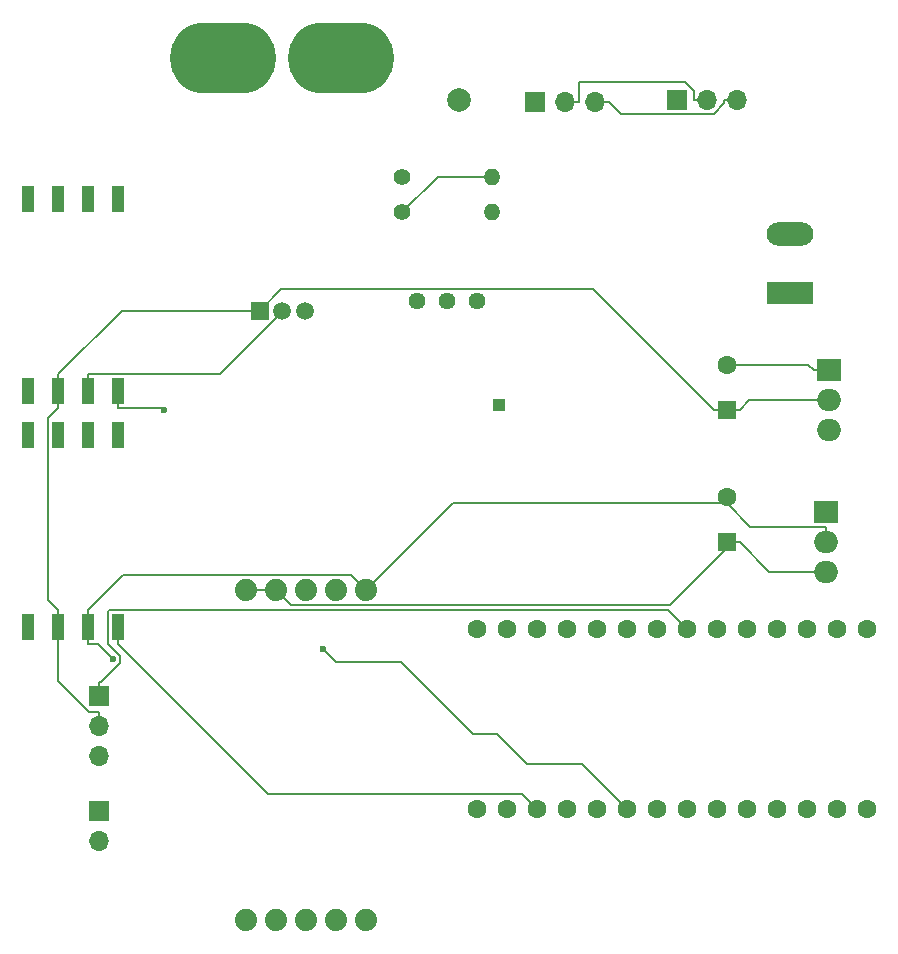
<source format=gbr>
%TF.GenerationSoftware,KiCad,Pcbnew,8.0.6*%
%TF.CreationDate,2024-10-30T13:43:03-04:00*%
%TF.ProjectId,Propulsion PCB,50726f70-756c-4736-996f-6e205043422e,3*%
%TF.SameCoordinates,Original*%
%TF.FileFunction,Copper,L1,Top*%
%TF.FilePolarity,Positive*%
%FSLAX46Y46*%
G04 Gerber Fmt 4.6, Leading zero omitted, Abs format (unit mm)*
G04 Created by KiCad (PCBNEW 8.0.6) date 2024-10-30 13:43:03*
%MOMM*%
%LPD*%
G01*
G04 APERTURE LIST*
G04 Aperture macros list*
%AMHorizOval*
0 Thick line with rounded ends*
0 $1 width*
0 $2 $3 position (X,Y) of the first rounded end (center of the circle)*
0 $4 $5 position (X,Y) of the second rounded end (center of the circle)*
0 Add line between two ends*
20,1,$1,$2,$3,$4,$5,0*
0 Add two circle primitives to create the rounded ends*
1,1,$1,$2,$3*
1,1,$1,$4,$5*%
G04 Aperture macros list end*
%TA.AperFunction,ComponentPad*%
%ADD10C,1.879600*%
%TD*%
%TA.AperFunction,ComponentPad*%
%ADD11C,1.600000*%
%TD*%
%TA.AperFunction,ComponentPad*%
%ADD12C,1.400000*%
%TD*%
%TA.AperFunction,ComponentPad*%
%ADD13O,1.400000X1.400000*%
%TD*%
%TA.AperFunction,ComponentPad*%
%ADD14R,1.600000X1.600000*%
%TD*%
%TA.AperFunction,ComponentPad*%
%ADD15R,1.700000X1.700000*%
%TD*%
%TA.AperFunction,ComponentPad*%
%ADD16O,1.700000X1.700000*%
%TD*%
%TA.AperFunction,ComponentPad*%
%ADD17C,2.000000*%
%TD*%
%TA.AperFunction,ComponentPad*%
%ADD18R,2.000000X1.905000*%
%TD*%
%TA.AperFunction,ComponentPad*%
%ADD19O,2.000000X1.905000*%
%TD*%
%TA.AperFunction,ComponentPad*%
%ADD20R,1.000000X1.000000*%
%TD*%
%TA.AperFunction,ComponentPad*%
%ADD21R,1.500000X1.500000*%
%TD*%
%TA.AperFunction,ComponentPad*%
%ADD22C,1.500000*%
%TD*%
%TA.AperFunction,ComponentPad*%
%ADD23HorizOval,0.800000X0.000000X0.000000X0.000000X0.000000X0*%
%TD*%
%TA.AperFunction,ComponentPad*%
%ADD24HorizOval,0.800000X0.000000X0.000000X0.000000X0.000000X0*%
%TD*%
%TA.AperFunction,ComponentPad*%
%ADD25C,0.800000*%
%TD*%
%TA.AperFunction,ComponentPad*%
%ADD26O,9.000000X6.000000*%
%TD*%
%TA.AperFunction,SMDPad,CuDef*%
%ADD27R,1.117600X2.235200*%
%TD*%
%TA.AperFunction,ComponentPad*%
%ADD28R,3.960000X1.980000*%
%TD*%
%TA.AperFunction,ComponentPad*%
%ADD29O,3.960000X1.980000*%
%TD*%
%TA.AperFunction,ComponentPad*%
%ADD30C,1.440000*%
%TD*%
%TA.AperFunction,ViaPad*%
%ADD31C,0.600000*%
%TD*%
%TA.AperFunction,Conductor*%
%ADD32C,0.200000*%
%TD*%
G04 APERTURE END LIST*
D10*
%TO.P,ADC,1,RED*%
%TO.N,unconnected-(U8-RED-Pad1)*%
X205420000Y-160940000D03*
%TO.P,ADC,2,BLK*%
%TO.N,unconnected-(U8-BLK-Pad2)*%
X207960000Y-160940000D03*
%TO.P,ADC,3,WHT*%
%TO.N,unconnected-(U8-WHT-Pad3)*%
X210500000Y-160940000D03*
%TO.P,ADC,4,GRN*%
%TO.N,unconnected-(U8-GRN-Pad4)*%
X213040000Y-160940000D03*
%TO.P,ADC,5,YLW*%
%TO.N,unconnected-(U8-YLW-Pad5)*%
X215580000Y-160940000D03*
%TO.P,ADC,6,GND*%
%TO.N,GND*%
X215580000Y-133000000D03*
%TO.P,ADC,7,CLK*%
%TO.N,Net-(U4-19_A5_SCL0)*%
X213040000Y-133000000D03*
%TO.P,ADC,8,DAT*%
%TO.N,Net-(U4-18_A4_SDA0)*%
X210500000Y-133000000D03*
%TO.P,ADC,9,VCC*%
%TO.N,+5V*%
X207960000Y-133000000D03*
%TO.P,ADC,10,VDD*%
X205420000Y-133000000D03*
%TD*%
D11*
%TO.P,Teensy 4.0,1,GND*%
%TO.N,unconnected-(U4-GND-Pad1)*%
X258040000Y-136300000D03*
%TO.P,Teensy 4.0,2,0_RX1_CRX2_CS1*%
%TO.N,unconnected-(U4-0_RX1_CRX2_CS1-Pad2)*%
X255500000Y-136300000D03*
%TO.P,Teensy 4.0,3,1_TX1_CTX2_MISO1*%
%TO.N,unconnected-(U4-1_TX1_CTX2_MISO1-Pad3)*%
X252960000Y-136300000D03*
%TO.P,Teensy 4.0,4,2_OUT2*%
%TO.N,Net-(J1-Pin_1)*%
X250420000Y-136300000D03*
%TO.P,Teensy 4.0,5,3_LRCLK2*%
%TO.N,unconnected-(U4-3_LRCLK2-Pad5)*%
X247880000Y-136300000D03*
%TO.P,Teensy 4.0,6,4_BCLK2*%
%TO.N,unconnected-(U4-4_BCLK2-Pad6)*%
X245340000Y-136300000D03*
%TO.P,Teensy 4.0,7,5_IN2*%
%TO.N,Net-(IR_Receiver1-Pin_1)*%
X242800000Y-136300000D03*
%TO.P,Teensy 4.0,8,6_OUT1D*%
%TO.N,unconnected-(U4-6_OUT1D-Pad8)*%
X240260000Y-136300000D03*
%TO.P,Teensy 4.0,9,7_RX2_OUT1A*%
%TO.N,unconnected-(U4-7_RX2_OUT1A-Pad9)*%
X237720000Y-136300000D03*
%TO.P,Teensy 4.0,10,8_TX2_IN1*%
%TO.N,unconnected-(U4-8_TX2_IN1-Pad10)*%
X235180000Y-136300000D03*
%TO.P,Teensy 4.0,11,9_OUT1C*%
%TO.N,unconnected-(U4-9_OUT1C-Pad11)*%
X232640000Y-136300000D03*
%TO.P,Teensy 4.0,12,10_CS_MQSR*%
%TO.N,unconnected-(U4-10_CS_MQSR-Pad12)*%
X230100000Y-136300000D03*
%TO.P,Teensy 4.0,13,11_MOSI_CTX1*%
%TO.N,unconnected-(U4-11_MOSI_CTX1-Pad13)*%
X227560000Y-136300000D03*
%TO.P,Teensy 4.0,14,12_MISO_MQSL*%
%TO.N,unconnected-(U4-12_MISO_MQSL-Pad14)*%
X225020000Y-136300000D03*
%TO.P,Teensy 4.0,20,13_SCK_CRX1_LED*%
%TO.N,unconnected-(U4-13_SCK_CRX1_LED-Pad20)*%
X225020000Y-151540000D03*
%TO.P,Teensy 4.0,21,14_A0_TX3_SPDIF_OUT*%
%TO.N,Net-(U1-VOUT)*%
X227560000Y-151540000D03*
%TO.P,Teensy 4.0,22,15_A1_RX3_SPDIF_IN*%
%TO.N,Net-(U3-VOUT)*%
X230100000Y-151540000D03*
%TO.P,Teensy 4.0,23,16_A2_RX4_SCL1*%
%TO.N,Net-(U4-16_A2_RX4_SCL1)*%
X232640000Y-151540000D03*
%TO.P,Teensy 4.0,24,17_A3_TX4_SDA1*%
%TO.N,Net-(U4-17_A3_TX4_SDA1)*%
X235180000Y-151540000D03*
%TO.P,Teensy 4.0,25,18_A4_SDA0*%
%TO.N,Net-(U4-18_A4_SDA0)*%
X237720000Y-151540000D03*
%TO.P,Teensy 4.0,26,19_A5_SCL0*%
%TO.N,Net-(U4-19_A5_SCL0)*%
X240260000Y-151540000D03*
%TO.P,Teensy 4.0,27,20_A6_TX5_LRCLK1*%
%TO.N,unconnected-(U4-20_A6_TX5_LRCLK1-Pad27)*%
X242800000Y-151540000D03*
%TO.P,Teensy 4.0,28,21_A7_RX5_BCLK1*%
%TO.N,unconnected-(U4-21_A7_RX5_BCLK1-Pad28)*%
X245340000Y-151540000D03*
%TO.P,Teensy 4.0,29,22_A8_CTX1*%
%TO.N,unconnected-(U4-22_A8_CTX1-Pad29)*%
X247880000Y-151540000D03*
%TO.P,Teensy 4.0,30,23_A9_CRX1_MCLK1*%
%TO.N,unconnected-(U4-23_A9_CRX1_MCLK1-Pad30)*%
X250420000Y-151540000D03*
%TO.P,Teensy 4.0,31,3V3*%
%TO.N,unconnected-(U4-3V3-Pad31)*%
X252960000Y-151540000D03*
%TO.P,Teensy 4.0,32,GND*%
%TO.N,GND*%
X255500000Y-151540000D03*
%TO.P,Teensy 4.0,33,VIN*%
%TO.N,+5V*%
X258040000Y-151540000D03*
%TD*%
D12*
%TO.P,500K,1*%
%TO.N,+BATT*%
X218690000Y-98000000D03*
D13*
%TO.P,500K,2*%
%TO.N,Net-(R2-Pad2)*%
X226310000Y-98000000D03*
%TD*%
D14*
%TO.P,C2,1*%
%TO.N,+5V*%
X246140000Y-128920000D03*
D11*
%TO.P,C2,2*%
%TO.N,GND*%
X246140000Y-125120000D03*
%TD*%
D15*
%TO.P,ESC 5V In,1,Pin_1*%
%TO.N,unconnected-(J4-Pin_1-Pad1)*%
X229945000Y-91651700D03*
D16*
%TO.P,ESC 5V In,2,Pin_2*%
%TO.N,Net-(J1-Pin_2)*%
X232485000Y-91651700D03*
%TO.P,ESC 5V In,3,Pin_3*%
%TO.N,GND*%
X235025000Y-91651700D03*
%TD*%
D14*
%TO.P,C1,1*%
%TO.N,+3V3*%
X246140000Y-117722700D03*
D11*
%TO.P,C1,2*%
%TO.N,GND*%
X246140000Y-113922700D03*
%TD*%
D17*
%TO.P,BATT-,1,1*%
%TO.N,-BATT*%
X223500000Y-91500000D03*
%TD*%
D18*
%TO.P,3.3V Regulator,1,GND*%
%TO.N,GND*%
X254825000Y-114380000D03*
D19*
%TO.P,3.3V Regulator,2,VO*%
%TO.N,+3V3*%
X254825000Y-116920000D03*
%TO.P,3.3V Regulator,3,VI*%
%TO.N,+12V*%
X254825000Y-119460000D03*
%TD*%
D20*
%TO.P,TP3,1,1*%
%TO.N,Net-(U4-17_A3_TX4_SDA1)*%
X226833300Y-117333300D03*
%TD*%
D15*
%TO.P,ESC Output,1,Pin_1*%
%TO.N,Net-(J1-Pin_1)*%
X241975000Y-91500000D03*
D16*
%TO.P,ESC Output,2,Pin_2*%
%TO.N,Net-(J1-Pin_2)*%
X244515000Y-91500000D03*
%TO.P,ESC Output,3,Pin_3*%
%TO.N,GND*%
X247055000Y-91500000D03*
%TD*%
D18*
%TO.P,5V Regulator,1,VI*%
%TO.N,+12V*%
X254520000Y-126340000D03*
D19*
%TO.P,5V Regulator,2,GND*%
%TO.N,GND*%
X254520000Y-128880000D03*
%TO.P,5V Regulator,3,VO*%
%TO.N,+5V*%
X254520000Y-131420000D03*
%TD*%
D21*
%TO.P,U5,1,VCC*%
%TO.N,+3V3*%
X206600000Y-109325000D03*
D22*
%TO.P,U5,2,GND*%
%TO.N,GND*%
X208510000Y-109325000D03*
%TO.P,U5,3,VIOUT*%
%TO.N,Net-(U4-16_A2_RX4_SCL1)*%
X210420000Y-109325000D03*
D23*
%TO.P,U5,4,IP+*%
%TO.N,+BATT*%
X209560000Y-87295000D03*
D24*
X209560000Y-88555000D03*
D25*
X210310000Y-86265000D03*
X210310000Y-89585000D03*
X211510000Y-85875000D03*
X211510000Y-89975000D03*
X212840000Y-85875000D03*
X212840000Y-89975000D03*
D26*
X213510000Y-87925000D03*
D25*
X214180000Y-85875000D03*
X214180000Y-89975000D03*
X215510000Y-85875000D03*
X215510000Y-89975000D03*
X216710000Y-86265000D03*
X216710000Y-89585000D03*
X217460000Y-87295000D03*
X217460000Y-88555000D03*
%TO.P,U5,5,IP-*%
%TO.N,unconnected-(U5-IP--Pad5)*%
X199560000Y-87295000D03*
X199560000Y-88555000D03*
X200310000Y-86265000D03*
X200310000Y-89585000D03*
X201510000Y-85875000D03*
X201510000Y-89975000D03*
X202840000Y-85875000D03*
X202840000Y-89975000D03*
D26*
X203510000Y-87925000D03*
D25*
X204180000Y-85875000D03*
X204180000Y-89975000D03*
X205510000Y-85875000D03*
X205510000Y-89975000D03*
X206710000Y-86265000D03*
X206710000Y-89585000D03*
D24*
X207460000Y-87295000D03*
D23*
X207460000Y-88555000D03*
%TD*%
D27*
%TO.P,U1,1,NC*%
%TO.N,unconnected-(U1-NC-Pad1)*%
X186992000Y-116128000D03*
%TO.P,U1,2,VS*%
%TO.N,+3V3*%
X189532000Y-116128000D03*
%TO.P,U1,3,GND*%
%TO.N,GND*%
X192072000Y-116128000D03*
%TO.P,U1,4,VOUT*%
%TO.N,Net-(U1-VOUT)*%
X194612000Y-116128000D03*
%TO.P,U1,5,NC*%
%TO.N,unconnected-(U1-NC-Pad5)*%
X194612000Y-99872000D03*
%TO.P,U1,6,NC*%
%TO.N,unconnected-(U1-NC-Pad6)*%
X192072000Y-99872000D03*
%TO.P,U1,7,NC*%
%TO.N,unconnected-(U1-NC-Pad7)*%
X189532000Y-99872000D03*
%TO.P,U1,8,NC*%
%TO.N,unconnected-(U1-NC-Pad8)*%
X186992000Y-99872000D03*
%TD*%
D12*
%TO.P,500K,1*%
%TO.N,Net-(R2-Pad2)*%
X218690000Y-101000000D03*
D13*
%TO.P,500K,2*%
%TO.N,Net-(U4-17_A3_TX4_SDA1)*%
X226310000Y-101000000D03*
%TD*%
D15*
%TO.P,IR_Rx,1,Pin_1*%
%TO.N,Net-(IR_Receiver1-Pin_1)*%
X193000000Y-141960000D03*
D16*
%TO.P,IR_Rx,2,Pin_2*%
%TO.N,+3V3*%
X193000000Y-144500000D03*
%TO.P,IR_Rx,3,Pin_3*%
%TO.N,GND*%
X193000000Y-147040000D03*
%TD*%
D28*
%TO.P,J2,1,Pin_1*%
%TO.N,+12V*%
X251520000Y-107815000D03*
D29*
%TO.P,J2,2,Pin_2*%
%TO.N,GND*%
X251520000Y-102815000D03*
%TD*%
D30*
%TO.P,Potentiometer,1*%
%TO.N,Net-(U4-17_A3_TX4_SDA1)*%
X225040000Y-108500000D03*
%TO.P,Potentiometer,2*%
%TO.N,-BATT*%
X222500000Y-108500000D03*
%TO.P,Potentiometer,3*%
%TO.N,N/C*%
X219960000Y-108500000D03*
%TD*%
D27*
%TO.P,U3,1,NC*%
%TO.N,unconnected-(U3-NC-Pad1)*%
X186992000Y-136128000D03*
%TO.P,U3,2,VS*%
%TO.N,+3V3*%
X189532000Y-136128000D03*
%TO.P,U3,3,GND*%
%TO.N,GND*%
X192072000Y-136128000D03*
%TO.P,U3,4,VOUT*%
%TO.N,Net-(U3-VOUT)*%
X194612000Y-136128000D03*
%TO.P,U3,5,NC*%
%TO.N,unconnected-(U3-NC-Pad5)*%
X194612000Y-119872000D03*
%TO.P,U3,6,NC*%
%TO.N,unconnected-(U3-NC-Pad6)*%
X192072000Y-119872000D03*
%TO.P,U3,7,NC*%
%TO.N,unconnected-(U3-NC-Pad7)*%
X189532000Y-119872000D03*
%TO.P,U3,8,NC*%
%TO.N,unconnected-(U3-NC-Pad8)*%
X186992000Y-119872000D03*
%TD*%
D15*
%TO.P,IR_Tx,1,Pin_1*%
%TO.N,+3V3*%
X193000000Y-151725000D03*
D16*
%TO.P,IR_Tx,2,Pin_2*%
%TO.N,GND*%
X193000000Y-154265000D03*
%TD*%
D31*
%TO.N,GND*%
X194186900Y-138845000D03*
%TO.N,Net-(U1-VOUT)*%
X198500000Y-117735500D03*
%TO.N,Net-(U4-18_A4_SDA0)*%
X212000000Y-138000000D03*
%TD*%
D32*
%TO.N,Net-(U1-VOUT)*%
X194612000Y-117547300D02*
X194612000Y-116128000D01*
X198500000Y-117735500D02*
X198311800Y-117547300D01*
X198311800Y-117547300D02*
X194612000Y-117547300D01*
%TO.N,Net-(U4-18_A4_SDA0)*%
X226734600Y-145190000D02*
X229274600Y-147730000D01*
X233910000Y-147730000D02*
X237720000Y-151540000D01*
X224709400Y-145190000D02*
X226734600Y-145190000D01*
X213070900Y-139070900D02*
X218590300Y-139070900D01*
X218590300Y-139070900D02*
X224709400Y-145190000D01*
X212000000Y-138000000D02*
X213070900Y-139070900D01*
X229274600Y-147730000D02*
X233910000Y-147730000D01*
%TO.N,Net-(J1-Pin_2)*%
X233636700Y-91651700D02*
X232485000Y-91651700D01*
X242655100Y-90000000D02*
X233636700Y-90000000D01*
X243363300Y-90708200D02*
X242655100Y-90000000D01*
X233636700Y-90000000D02*
X233636700Y-91651700D01*
X243363300Y-91500000D02*
X243363300Y-90708200D01*
X244515000Y-91500000D02*
X243363300Y-91500000D01*
%TO.N,Net-(IR_Receiver1-Pin_1)*%
X241208700Y-134708700D02*
X242800000Y-136300000D01*
X193861700Y-134708700D02*
X241208700Y-134708700D01*
X193000000Y-141960000D02*
X193000000Y-140808300D01*
X193751500Y-134818900D02*
X193861700Y-134708700D01*
X194792800Y-139159500D02*
X194792800Y-138599900D01*
X193144000Y-140808300D02*
X194792800Y-139159500D01*
X193000000Y-140808300D02*
X193144000Y-140808300D01*
X193751500Y-137558600D02*
X193751500Y-134818900D01*
X194792800Y-138599900D02*
X193751500Y-137558600D01*
%TO.N,+3V3*%
X189532000Y-116128000D02*
X189532000Y-114708700D01*
X189532000Y-134708700D02*
X188671500Y-133848200D01*
X254825000Y-116920000D02*
X248044400Y-116920000D01*
X246690900Y-117722700D02*
X247241700Y-117722700D01*
X193000000Y-144500000D02*
X193000000Y-143348300D01*
X234787600Y-107472000D02*
X208453000Y-107472000D01*
X189532000Y-116128000D02*
X189532000Y-117547300D01*
X194915700Y-109325000D02*
X189532000Y-114708700D01*
X188671500Y-118407800D02*
X189532000Y-117547300D01*
X192185500Y-143348300D02*
X193000000Y-143348300D01*
X189532000Y-136128000D02*
X189532000Y-134708700D01*
X246140000Y-117722700D02*
X245038300Y-117722700D01*
X189532000Y-136128000D02*
X189532000Y-140694800D01*
X188671500Y-133848200D02*
X188671500Y-118407800D01*
X206600000Y-109325000D02*
X194915700Y-109325000D01*
X189532000Y-140694800D02*
X192185500Y-143348300D01*
X246690900Y-117722700D02*
X246140000Y-117722700D01*
X245038300Y-117722700D02*
X234787600Y-107472000D01*
X208453000Y-107472000D02*
X206600000Y-109325000D01*
X248044400Y-116920000D02*
X247241700Y-117722700D01*
%TO.N,Net-(U3-VOUT)*%
X228830000Y-150270000D02*
X207334700Y-150270000D01*
X230100000Y-151540000D02*
X228830000Y-150270000D01*
X194612000Y-136128000D02*
X194612000Y-137547300D01*
X207334700Y-150270000D02*
X194612000Y-137547300D01*
%TO.N,GND*%
X247055000Y-91500000D02*
X245903300Y-91500000D01*
X222960000Y-125620000D02*
X215580000Y-133000000D01*
X235025000Y-91651700D02*
X236176700Y-91651700D01*
X254520000Y-127625800D02*
X248145800Y-127625800D01*
X192072000Y-137547300D02*
X192889200Y-137547300D01*
X192072000Y-114708700D02*
X203260400Y-114708700D01*
X214316800Y-131736800D02*
X195043900Y-131736800D01*
X248145800Y-127625800D02*
X246140000Y-125620000D01*
X192072000Y-136128000D02*
X192072000Y-134708700D01*
X192889200Y-137547300D02*
X194186900Y-138845000D01*
X246140000Y-125620000D02*
X246140000Y-125120000D01*
X208510000Y-109459100D02*
X208510000Y-109325000D01*
X253066000Y-113922700D02*
X246140000Y-113922700D01*
X246140000Y-125620000D02*
X222960000Y-125620000D01*
X203260400Y-114708700D02*
X208510000Y-109459100D01*
X192072000Y-116128000D02*
X192072000Y-114708700D01*
X253523300Y-114380000D02*
X253066000Y-113922700D01*
X245903300Y-91788000D02*
X245039600Y-92651700D01*
X245039600Y-92651700D02*
X237176700Y-92651700D01*
X195043900Y-131736800D02*
X192072000Y-134708700D01*
X192072000Y-136128000D02*
X192072000Y-137547300D01*
X245903300Y-91500000D02*
X245903300Y-91788000D01*
X254520000Y-128880000D02*
X254520000Y-127625800D01*
X254825000Y-114380000D02*
X253523300Y-114380000D01*
X215580000Y-133000000D02*
X214316800Y-131736800D01*
X237176700Y-92651700D02*
X236176700Y-91651700D01*
%TO.N,Net-(R2-Pad2)*%
X221690000Y-98000000D02*
X226310000Y-98000000D01*
X218690000Y-101000000D02*
X221690000Y-98000000D01*
%TO.N,+5V*%
X249741700Y-131420000D02*
X247241700Y-128920000D01*
X241321300Y-134289600D02*
X209249600Y-134289600D01*
X205420000Y-133000000D02*
X207960000Y-133000000D01*
X246690900Y-128920000D02*
X247241700Y-128920000D01*
X209249600Y-134289600D02*
X207960000Y-133000000D01*
X246690900Y-128920000D02*
X241321300Y-134289600D01*
X254520000Y-131420000D02*
X249741700Y-131420000D01*
X246140000Y-128920000D02*
X246690900Y-128920000D01*
%TO.N,+BATT*%
X210700000Y-89975000D02*
X210310000Y-89585000D01*
X215900000Y-89585000D02*
X215510000Y-89975000D01*
X214180000Y-89975000D02*
X212840000Y-89975000D01*
X212840000Y-89975000D02*
X211510000Y-89975000D01*
X211510000Y-89975000D02*
X210700000Y-89975000D01*
X216710000Y-89585000D02*
X215900000Y-89585000D01*
X215510000Y-89975000D02*
X214180000Y-89975000D01*
%TO.N,unconnected-(U5-IP--Pad5)*%
X202840000Y-89975000D02*
X201510000Y-89975000D01*
X205900000Y-89585000D02*
X205510000Y-89975000D01*
X204180000Y-89975000D02*
X202840000Y-89975000D01*
X206710000Y-89585000D02*
X205900000Y-89585000D01*
X205510000Y-89975000D02*
X204180000Y-89975000D01*
X200700000Y-89975000D02*
X200310000Y-89585000D01*
X201510000Y-89975000D02*
X200700000Y-89975000D01*
%TD*%
M02*

</source>
